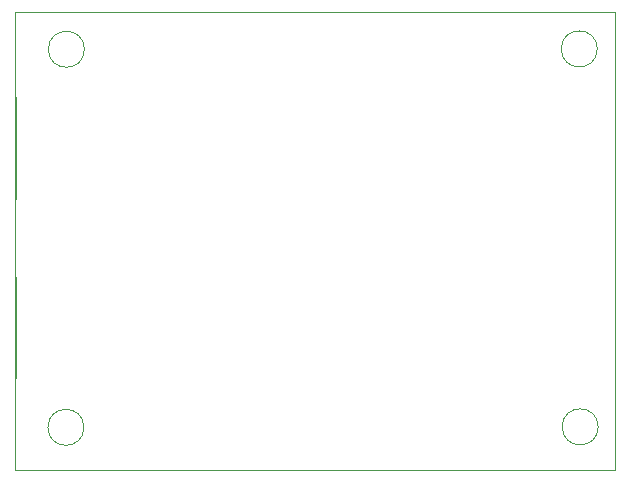
<source format=gbr>
%TF.GenerationSoftware,KiCad,Pcbnew,6.0.2*%
%TF.CreationDate,2022-11-10T22:55:41+01:00*%
%TF.ProjectId,SI4735,53493437-3335-42e6-9b69-6361645f7063,rev?*%
%TF.SameCoordinates,Original*%
%TF.FileFunction,Glue,Top*%
%TF.FilePolarity,Positive*%
%FSLAX46Y46*%
G04 Gerber Fmt 4.6, Leading zero omitted, Abs format (unit mm)*
G04 Created by KiCad (PCBNEW 6.0.2) date 2022-11-10 22:55:41*
%MOMM*%
%LPD*%
G01*
G04 APERTURE LIST*
%TA.AperFunction,Profile*%
%ADD10C,0.050000*%
%TD*%
%TA.AperFunction,Profile*%
%ADD11C,0.100000*%
%TD*%
G04 APERTURE END LIST*
D10*
X243000000Y-45450000D02*
G75*
G03*
X243000000Y-45450000I-1526434J0D01*
G01*
X243076434Y-77450000D02*
G75*
G03*
X243076434Y-77450000I-1526434J0D01*
G01*
X199535580Y-77486292D02*
G75*
G03*
X199535580Y-77486292I-1526434J0D01*
G01*
X244475000Y-81120000D02*
X193725000Y-81120000D01*
X193725000Y-81120000D02*
X193725000Y-42300000D01*
X193725000Y-42300000D02*
X244475000Y-42300000D01*
X244475000Y-42300000D02*
X244475000Y-81120000D01*
X199576434Y-45480000D02*
G75*
G03*
X199576434Y-45480000I-1526434J0D01*
G01*
D11*
%TO.C,J2*%
X193760000Y-49540000D02*
X193760000Y-58140000D01*
%TO.C,J3*%
X193760000Y-64720000D02*
X193760000Y-73320000D01*
%TD*%
M02*

</source>
